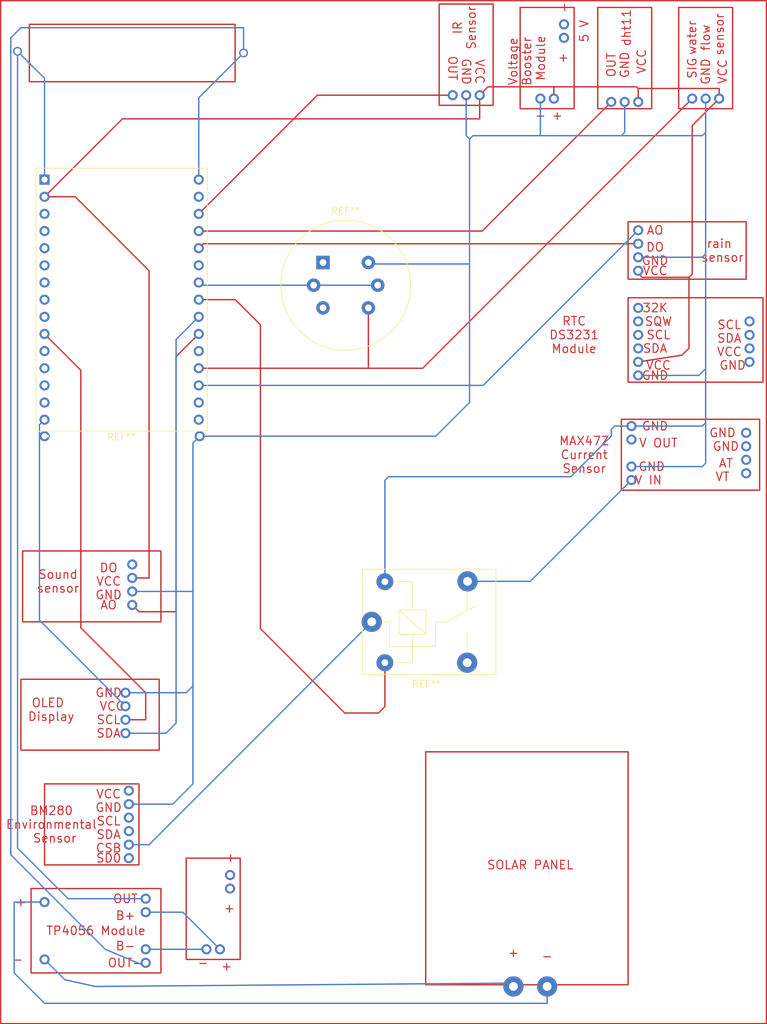
<source format=kicad_pcb>
(kicad_pcb (version 20241229) (generator "pcbnew") (generator_version "9.0")
  (layers (0 "F.Cu" signal) (2 "B.Cu" signal) (13 "F.Paste" user) (15 "B.Paste" user) (5 "F.SilkS" user "F.Silkscreen") (7 "B.SilkS" user "B.Silkscreen") (1 "F.Mask" user) (3 "B.Mask" user) (25 "Edge.Cuts" user))
  (net 0 "")
  (footprint "" (layer "F.Cu") (at 33.5 137)
    (property "Reference" "" (at 0 0 0) (layer "F.SilkS") (effects (font (size 1.27 1.27))))
    (property "Value" "")
    (pad "15" thru_hole circle (at 0 0) (size 1.5 1.5) (drill 0.9) (layers "*.Cu" "*.Mask"))
  )
  (footprint "" (layer "F.Cu") (at 125.5 63.5)
    (property "Reference" "" (at 0 0 0) (layer "F.SilkS") (effects (font (size 1.27 1.27))))
    (property "Value" "")
    (pad "15" thru_hole circle (at 0 0) (size 1.5 1.5) (drill 0.9) (layers "*.Cu" "*.Mask"))
  )
  (footprint "" (layer "F.Cu") (at 98 17.5 180)
    (property "Reference" "" (at 0 0 0) (layer "F.SilkS") (effects (font (size 1.27 1.27))))
    (property "Value" "")
    (pad "15" thru_hole circle (at 0 0 180) (size 1.5 1.5) (drill 0.9) (layers "*.Cu" "*.Mask"))
  )
  (footprint "" (layer "F.Cu") (at 85.5 28 90)
    (property "Reference" "" (at 0 0 90) (layer "F.SilkS") (effects (font (size 1.27 1.27))))
    (property "Value" "")
    (pad "15" thru_hole circle (at 0 0 90) (size 1.5 1.5) (drill 0.9) (layers "*.Cu" "*.Mask"))
  )
  (footprint "" (layer "F.Cu") (at 108 85)
    (property "Reference" "" (at 0 0 0) (layer "F.SilkS") (effects (font (size 1.27 1.27))))
    (property "Value" "")
    (pad "15" thru_hole circle (at 0 0) (size 1.5 1.5) (drill 0.9) (layers "*.Cu" "*.Mask"))
  )
  (footprint "" (layer "F.Cu") (at 21 78.5)
    (property "Reference" "" (at 0 0 0) (layer "F.SilkS") (effects (font (size 1.27 1.27))))
    (property "Value" "")
    (pad "15" thru_hole circle (at 0 0) (size 1.5 1.5) (drill 0.9) (layers "*.Cu" "*.Mask"))
  )
  (footprint "Sensor:MQ-6" (layer "F.Cu") (at 62.28 52.78)
    (property "Reference" "REF**" (at 3.36 -7.64 0) (layer "F.SilkS"))
    (property "Value" "MQ-6")
    (fp_circle (center 3.36 3.36) (end 12.985 3.36) (stroke (width 0.12)) (fill no) (layer "F.SilkS"))
    (pad "1" thru_hole rect (at 0 0) (size 2 2) (drill 1) (layers "*.Cu" "*.Mask"))
    (pad "2" thru_hole circle (at -1.39 3.36) (size 2 2) (drill 1) (layers "*.Cu" "*.Mask"))
    (pad "3" thru_hole circle (at 0 6.72 90) (size 2 2) (drill 1) (layers "*.Cu" "*.Mask"))
    (pad "4" thru_hole circle (at 6.72 6.72 180) (size 2 2) (drill 1) (layers "*.Cu" "*.Mask"))
    (pad "5" thru_hole circle (at 8.11 3.36) (size 2 2) (drill 1) (layers "*.Cu" "*.Mask"))
    (pad "6" thru_hole circle (at 6.72 0 270) (size 2 2) (drill 1) (layers "*.Cu" "*.Mask"))
  )
  (footprint "" (layer "F.Cu") (at 44 78.5)
    (property "Reference" "" (at 0 0 0) (layer "F.SilkS") (effects (font (size 1.27 1.27))))
    (property "Value" "")
    (pad "15" thru_hole circle (at 0 0) (size 1.5 1.5) (drill 0.9) (layers "*.Cu" "*.Mask"))
  )
  (footprint "" (layer "F.Cu") (at 125.5 67.5)
    (property "Reference" "" (at 0 0 0) (layer "F.SilkS") (effects (font (size 1.27 1.27))))
    (property "Value" "")
    (pad "15" thru_hole circle (at 0 0) (size 1.5 1.5) (drill 0.9) (layers "*.Cu" "*.Mask"))
  )
  (footprint "" (layer "F.Cu") (at 105 29 -90)
    (property "Reference" "" (at 0 0 90) (layer "F.SilkS") (effects (font (size 1.27 1.27))))
    (property "Value" "")
    (pad "15" thru_hole circle (at 0 0 270) (size 1.5 1.5) (drill 0.9) (layers "*.Cu" "*.Mask"))
  )
  (footprint "" (layer "F.Cu") (at 125 80)
    (property "Reference" "" (at 0 0 0) (layer "F.SilkS") (effects (font (size 1.27 1.27))))
    (property "Value" "")
    (pad "15" thru_hole circle (at 0 0) (size 1.5 1.5) (drill 0.9) (layers "*.Cu" "*.Mask"))
  )
  (footprint "" (layer "F.Cu") (at 33 118.5)
    (property "Reference" "" (at 0 0 0) (layer "F.SilkS") (effects (font (size 1.27 1.27))))
    (property "Value" "")
    (pad "15" thru_hole circle (at 0 0) (size 1.5 1.5) (drill 0.9) (layers "*.Cu" "*.Mask"))
  )
  (footprint "" (layer "F.Cu") (at 117 28.5 90)
    (property "Reference" "" (at 0 0 90) (layer "F.SilkS") (effects (font (size 1.27 1.27))))
    (property "Value" "")
    (pad "15" thru_hole circle (at 0 0 90) (size 1.5 1.5) (drill 0.9) (layers "*.Cu" "*.Mask"))
  )
  (footprint "" (layer "F.Cu") (at 33.5 131)
    (property "Reference" "" (at 0 0 0) (layer "F.SilkS") (effects (font (size 1.27 1.27))))
    (property "Value" "")
    (pad "15" thru_hole circle (at 0 0) (size 1.5 1.5) (drill 0.9) (layers "*.Cu" "*.Mask"))
  )
  (footprint "" (layer "F.Cu") (at 108 77)
    (property "Reference" "" (at 0 0 0) (layer "F.SilkS") (effects (font (size 1.27 1.27))))
    (property "Value" "")
    (pad "15" thru_hole circle (at 0 0) (size 1.5 1.5) (drill 0.9) (layers "*.Cu" "*.Mask"))
  )
  (footprint "" (layer "F.Cu") (at 36 147)
    (property "Reference" "" (at 0 0 0) (layer "F.SilkS") (effects (font (size 1.27 1.27))))
    (property "Value" "")
    (pad "15" thru_hole circle (at 0 0) (size 1.5 1.5) (drill 0.9) (layers "*.Cu" "*.Mask"))
  )
  (footprint "" (layer "F.Cu") (at 33.5 135)
    (property "Reference" "" (at 0 0 0) (layer "F.SilkS") (effects (font (size 1.27 1.27))))
    (property "Value" "")
    (pad "15" thru_hole circle (at 0 0) (size 1.5 1.5) (drill 0.9) (layers "*.Cu" "*.Mask"))
  )
  (footprint "" (layer "F.Cu") (at 119 28.5 90)
    (property "Reference" "" (at 0 0 90) (layer "F.SilkS") (effects (font (size 1.27 1.27))))
    (property "Value" "")
    (pad "15" thru_hole circle (at 0 0 90) (size 1.5 1.5) (drill 0.9) (layers "*.Cu" "*.Mask"))
  )
  (footprint "Relay_THT:Relay_SPDT_SANYOU_SRD_Series_Form_C" (layer "F.Cu") (at 69.5 106)
    (property "Reference" "REF**" (at 8.1 9.2 0) (layer "F.SilkS"))
    (property "Value" "Relay_SPDT_SANYOU_SRD_Series_Form_C")
    (fp_line (start -1.4 -7.8) (end -1.4 -1.2) (stroke (width 0.12)) (layer "F.SilkS"))
    (fp_line (start -1.4 -7.8) (end 18.4 -7.8) (stroke (width 0.12)) (layer "F.SilkS"))
    (fp_line (start -1.4 1.2) (end -1.4 7.8) (stroke (width 0.12)) (layer "F.SilkS"))
    (fp_line (start 2.65 0.05) (end 1.85 0.05) (stroke (width 0.12)) (layer "F.SilkS"))
    (fp_line (start 2.65 0.05) (end 2.65 3.65) (stroke (width 0.12)) (layer "F.SilkS"))
    (fp_line (start 3.55 6.05) (end 6.05 6.05) (stroke (width 0.12)) (layer "F.SilkS"))
    (fp_line (start 4.05 -1.75) (end 8.05 -1.75) (stroke (width 0.12)) (layer "F.SilkS"))
    (fp_line (start 4.05 1.85) (end 4.05 -1.75) (stroke (width 0.12)) (layer "F.SilkS"))
    (fp_line (start 6.05 -5.95) (end 3.55 -5.95) (stroke (width 0.12)) (layer "F.SilkS"))
    (fp_line (start 6.05 -5.95) (end 6.05 -1.75) (stroke (width 0.12)) (layer "F.SilkS"))
    (fp_line (start 6.05 1.85) (end 6.05 6.05) (stroke (width 0.12)) (layer "F.SilkS"))
    (fp_line (start 8.05 -1.75) (end 8.05 1.85) (stroke (width 0.12)) (layer "F.SilkS"))
    (fp_line (start 8.05 1.85) (end 4.05 -1.75) (stroke (width 0.12)) (layer "F.SilkS"))
    (fp_line (start 8.05 1.85) (end 4.05 1.85) (stroke (width 0.12)) (layer "F.SilkS"))
    (fp_line (start 9.45 0.05) (end 9.45 3.65) (stroke (width 0.12)) (layer "F.SilkS"))
    (fp_line (start 9.45 0.05) (end 10.95 0.05) (stroke (width 0.12)) (layer "F.SilkS"))
    (fp_line (start 9.45 3.65) (end 2.65 3.65) (stroke (width 0.12)) (layer "F.SilkS"))
    (fp_line (start 10.95 0.05) (end 15.55 -2.45) (stroke (width 0.12)) (layer "F.SilkS"))
    (fp_line (start 14.15 -4.2) (end 14.15 -1.7) (stroke (width 0.12)) (layer "F.SilkS"))
    (fp_line (start 14.15 4.2) (end 14.15 1.75) (stroke (width 0.12)) (layer "F.SilkS"))
    (fp_line (start 18.4 -7.8) (end 18.4 7.8) (stroke (width 0.12)) (layer "F.SilkS"))
    (fp_line (start 18.4 7.8) (end -1.4 7.8) (stroke (width 0.12)) (layer "F.SilkS"))
    (pad "1" thru_hole circle (at 0 0 90) (size 3 3) (drill 1.3) (layers "*.Cu" "*.Mask"))
    (pad "2" thru_hole circle (at 1.95 6.05 90) (size 2.5 2.5) (drill 1) (layers "*.Cu" "*.Mask"))
    (pad "3" thru_hole circle (at 14.15 6.05 90) (size 3 3) (drill 1.3) (layers "*.Cu" "*.Mask"))
    (pad "4" thru_hole circle (at 14.2 -6 90) (size 3 3) (drill 1.3) (layers "*.Cu" "*.Mask"))
    (pad "5" thru_hole circle (at 1.95 -5.95 90) (size 2.5 2.5) (drill 1) (layers "*.Cu" "*.Mask"))
  )
  (footprint "" (layer "F.Cu") (at 21 147.5)
    (property "Reference" "" (at 0 0 0) (layer "F.SilkS") (effects (font (size 1.27 1.27))))
    (property "Value" "")
    (pad "15" thru_hole circle (at 0 0) (size 1.5 1.5) (drill 0.9) (layers "*.Cu" "*.Mask"))
  )
  (footprint "" (layer "F.Cu") (at 81.5 28 90)
    (property "Reference" "" (at 0 0 90) (layer "F.SilkS") (effects (font (size 1.27 1.27))))
    (property "Value" "")
    (pad "15" thru_hole circle (at 0 0 90) (size 1.5 1.5) (drill 0.9) (layers "*.Cu" "*.Mask"))
  )
  (footprint "" (layer "F.Cu") (at 33 122.5)
    (property "Reference" "" (at 0 0 0) (layer "F.SilkS") (effects (font (size 1.27 1.27))))
    (property "Value" "")
    (pad "15" thru_hole circle (at 0 0) (size 1.5 1.5) (drill 0.9) (layers "*.Cu" "*.Mask"))
  )
  (footprint "" (layer "F.Cu") (at 109 54)
    (property "Reference" "" (at 0 0 0) (layer "F.SilkS") (effects (font (size 1.27 1.27))))
    (property "Value" "")
    (pad "15" thru_hole circle (at 0 0) (size 1.5 1.5) (drill 0.9) (layers "*.Cu" "*.Mask"))
  )
  (footprint "" (layer "F.Cu") (at 33.5 133)
    (property "Reference" "" (at 0 0 0) (layer "F.SilkS") (effects (font (size 1.27 1.27))))
    (property "Value" "")
    (pad "15" thru_hole circle (at 0 0) (size 1.5 1.5) (drill 0.9) (layers "*.Cu" "*.Mask"))
  )
  (footprint "" (layer "F.Cu") (at 45 154.5 90)
    (property "Reference" "" (at 0 0 90) (layer "F.SilkS") (effects (font (size 1.27 1.27))))
    (property "Value" "")
    (pad "15" thru_hole circle (at 0 0 90) (size 1.5 1.5) (drill 0.9) (layers "*.Cu" "*.Mask"))
  )
  (footprint "" (layer "F.Cu") (at 109 59.5)
    (property "Reference" "" (at 0 0 0) (layer "F.SilkS") (effects (font (size 1.27 1.27))))
    (property "Value" "")
    (pad "15" thru_hole circle (at 0 0) (size 1.5 1.5) (drill 0.9) (layers "*.Cu" "*.Mask"))
  )
  (footprint "" (layer "F.Cu") (at 36 154.5)
    (property "Reference" "" (at 0 0 0) (layer "F.SilkS") (effects (font (size 1.27 1.27))))
    (property "Value" "")
    (pad "15" thru_hole circle (at 0 0) (size 1.5 1.5) (drill 0.9) (layers "*.Cu" "*.Mask"))
  )
  (footprint "" (layer "F.Cu") (at 21 156)
    (property "Reference" "" (at 0 0 0) (layer "F.SilkS") (effects (font (size 1.27 1.27))))
    (property "Value" "")
    (pad "15" thru_hole circle (at 0 0) (size 1.5 1.5) (drill 0.9) (layers "*.Cu" "*.Mask"))
  )
  (footprint "" (layer "F.Cu") (at 96.5 28.5 90)
    (property "Reference" "" (at 0 0 90) (layer "F.SilkS") (effects (font (size 1.27 1.27))))
    (property "Value" "")
    (pad "15" thru_hole circle (at 0 0 90) (size 1.5 1.5) (drill 0.9) (layers "*.Cu" "*.Mask"))
  )
  (footprint "" (layer "F.Cu") (at 34 101.5)
    (property "Reference" "" (at 0 0 0) (layer "F.SilkS") (effects (font (size 1.27 1.27))))
    (property "Value" "")
    (pad "15" thru_hole circle (at 0 0) (size 1.5 1.5) (drill 0.9) (layers "*.Cu" "*.Mask"))
  )
  (footprint "" (layer "F.Cu") (at 125 78)
    (property "Reference" "" (at 0 0 0) (layer "F.SilkS") (effects (font (size 1.27 1.27))))
    (property "Value" "")
    (pad "15" thru_hole circle (at 0 0) (size 1.5 1.5) (drill 0.9) (layers "*.Cu" "*.Mask"))
  )
  (footprint "" (layer "F.Cu") (at 109 65.5)
    (property "Reference" "" (at 0 0 0) (layer "F.SilkS") (effects (font (size 1.27 1.27))))
    (property "Value" "")
    (pad "15" thru_hole circle (at 0 0) (size 1.5 1.5) (drill 0.9) (layers "*.Cu" "*.Mask"))
  )
  (footprint "" (layer "F.Cu") (at 94.5 28.5 90)
    (property "Reference" "" (at 0 0 90) (layer "F.SilkS") (effects (font (size 1.27 1.27))))
    (property "Value" "")
    (pad "15" thru_hole circle (at 0 0 90) (size 1.5 1.5) (drill 0.9) (layers "*.Cu" "*.Mask"))
  )
  (footprint "" (layer "F.Cu") (at 108 83)
    (property "Reference" "" (at 0 0 0) (layer "F.SilkS") (effects (font (size 1.27 1.27))))
    (property "Value" "")
    (pad "15" thru_hole circle (at 0 0) (size 1.5 1.5) (drill 0.9) (layers "*.Cu" "*.Mask"))
  )
  (footprint "" (layer "F.Cu") (at 98 19.5 180)
    (property "Reference" "" (at 0 0 0) (layer "F.SilkS") (effects (font (size 1.27 1.27))))
    (property "Value" "")
    (pad "15" thru_hole circle (at 0 0 180) (size 1.5 1.5) (drill 0.9) (layers "*.Cu" "*.Mask"))
  )
  (footprint "" (layer "F.Cu") (at 109 67.5)
    (property "Reference" "" (at 0 0 0) (layer "F.SilkS") (effects (font (size 1.27 1.27))))
    (property "Value" "")
    (pad "15" thru_hole circle (at 0 0) (size 1.5 1.5) (drill 0.9) (layers "*.Cu" "*.Mask"))
  )
  (footprint "RF_Module:ESP32-C3-DevKitM-1" (layer "F.Cu") (at 21 40.5)
    (property "Reference" "REF**" (at 11.43 38.1 0) (layer "F.SilkS"))
    (property "Value" "ESP32-C3-DevKitM-1")
    (fp_line (start -1.27 -1.68) (end 24.13 -1.68) (stroke (width 0.12)) (layer "F.SilkS"))
    (fp_line (start -1.27 37.24) (end -1.27 -1.68) (stroke (width 0.12)) (layer "F.SilkS"))
    (fp_line (start 24.13 -1.68) (end 24.13 37.24) (stroke (width 0.12)) (layer "F.SilkS"))
    (fp_line (start 24.13 37.24) (end -1.27 37.24) (stroke (width 0.12)) (layer "F.SilkS"))
    (pad "1" thru_hole rect (at 0 0) (size 1.5 1.5) (drill 0.9) (layers "*.Cu" "*.Mask"))
    (pad "2" thru_hole circle (at 0 2.54) (size 1.5 1.5) (drill 0.9) (layers "*.Cu" "*.Mask"))
    (pad "3" thru_hole circle (at 0 5.08) (size 1.5 1.5) (drill 0.9) (layers "*.Cu" "*.Mask"))
    (pad "4" thru_hole circle (at 0 7.62) (size 1.5 1.5) (drill 0.9) (layers "*.Cu" "*.Mask"))
    (pad "5" thru_hole circle (at 0 10.16) (size 1.5 1.5) (drill 0.9) (layers "*.Cu" "*.Mask"))
    (pad "6" thru_hole circle (at 0 12.7) (size 1.5 1.5) (drill 0.9) (layers "*.Cu" "*.Mask"))
    (pad "7" thru_hole circle (at 0 15.24) (size 1.5 1.5) (drill 0.9) (layers "*.Cu" "*.Mask"))
    (pad "8" thru_hole circle (at 0 17.78) (size 1.5 1.5) (drill 0.9) (layers "*.Cu" "*.Mask"))
    (pad "9" thru_hole circle (at 0 20.32) (size 1.5 1.5) (drill 0.9) (layers "*.Cu" "*.Mask"))
    (pad "10" thru_hole circle (at 0 22.86) (size 1.5 1.5) (drill 0.9) (layers "*.Cu" "*.Mask"))
    (pad "11" thru_hole circle (at 0 25.4) (size 1.5 1.5) (drill 0.9) (layers "*.Cu" "*.Mask"))
    (pad "12" thru_hole circle (at 0 27.94) (size 1.5 1.5) (drill 0.9) (layers "*.Cu" "*.Mask"))
    (pad "13" thru_hole circle (at 0 30.48) (size 1.5 1.5) (drill 0.9) (layers "*.Cu" "*.Mask"))
    (pad "14" thru_hole circle (at 0 33.02) (size 1.5 1.5) (drill 0.9) (layers "*.Cu" "*.Mask"))
    (pad "15" thru_hole circle (at 0 35.56) (size 1.5 1.5) (drill 0.9) (layers "*.Cu" "*.Mask"))
    (pad "16" thru_hole circle (at 22.86 35.56) (size 1.5 1.5) (drill 0.9) (layers "*.Cu" "*.Mask"))
    (pad "17" thru_hole circle (at 22.86 33.02) (size 1.5 1.5) (drill 0.9) (layers "*.Cu" "*.Mask"))
    (pad "18" thru_hole circle (at 22.86 30.48) (size 1.5 1.5) (drill 0.9) (layers "*.Cu" "*.Mask"))
    (pad "19" thru_hole circle (at 22.86 27.94) (size 1.5 1.5) (drill 0.9) (layers "*.Cu" "*.Mask"))
    (pad "20" thru_hole circle (at 22.86 25.4) (size 1.5 1.5) (drill 0.9) (layers "*.Cu" "*.Mask"))
    (pad "21" thru_hole circle (at 22.86 22.86) (size 1.5 1.5) (drill 0.9) (layers "*.Cu" "*.Mask"))
    (pad "22" thru_hole circle (at 22.86 20.32) (size 1.5 1.5) (drill 0.9) (layers "*.Cu" "*.Mask"))
    (pad "23" thru_hole circle (at 22.86 17.78) (size 1.5 1.5) (drill 0.9) (layers "*.Cu" "*.Mask"))
    (pad "24" thru_hole circle (at 22.86 15.24) (size 1.5 1.5) (drill 0.9) (layers "*.Cu" "*.Mask"))
    (pad "25" thru_hole circle (at 22.86 12.7) (size 1.5 1.5) (drill 0.9) (layers "*.Cu" "*.Mask"))
    (pad "26" thru_hole circle (at 22.86 10.16) (size 1.5 1.5) (drill 0.9) (layers "*.Cu" "*.Mask"))
    (pad "27" thru_hole circle (at 22.86 7.62) (size 1.5 1.5) (drill 0.9) (layers "*.Cu" "*.Mask"))
    (pad "28" thru_hole circle (at 22.86 5.08) (size 1.5 1.5) (drill 0.9) (layers "*.Cu" "*.Mask"))
    (pad "29" thru_hole circle (at 22.86 2.54) (size 1.5 1.5) (drill 0.9) (layers "*.Cu" "*.Mask"))
    (pad "30" thru_hole circle (at 22.86 0) (size 1.5 1.5) (drill 0.9) (layers "*.Cu" "*.Mask"))
  )
  (footprint "" (layer "F.Cu") (at 33.5 139)
    (property "Reference" "" (at 0 0 0) (layer "F.SilkS") (effects (font (size 1.27 1.27))))
    (property "Value" "")
    (pad "15" thru_hole circle (at 0 0) (size 1.5 1.5) (drill 0.9) (layers "*.Cu" "*.Mask"))
  )
  (footprint "" (layer "F.Cu") (at 33 116.5)
    (property "Reference" "" (at 0 0 0) (layer "F.SilkS") (effects (font (size 1.27 1.27))))
    (property "Value" "")
    (pad "15" thru_hole circle (at 0 0) (size 1.5 1.5) (drill 0.9) (layers "*.Cu" "*.Mask"))
  )
  (footprint "" (layer "F.Cu") (at 108 79)
    (property "Reference" "" (at 0 0 0) (layer "F.SilkS") (effects (font (size 1.27 1.27))))
    (property "Value" "")
    (pad "15" thru_hole circle (at 0 0) (size 1.5 1.5) (drill 0.9) (layers "*.Cu" "*.Mask"))
  )
  (footprint "" (layer "F.Cu") (at 109 69.5)
    (property "Reference" "" (at 0 0 0) (layer "F.SilkS") (effects (font (size 1.27 1.27))))
    (property "Value" "")
    (pad "15" thru_hole circle (at 0 0) (size 1.5 1.5) (drill 0.9) (layers "*.Cu" "*.Mask"))
  )
  (footprint "" (layer "F.Cu") (at 48.5 143.5 180)
    (property "Reference" "" (at 0 0 0) (layer "F.SilkS") (effects (font (size 1.27 1.27))))
    (property "Value" "")
    (pad "15" thru_hole circle (at 0 0 180) (size 1.5 1.5) (drill 0.9) (layers "*.Cu" "*.Mask"))
  )
  (footprint "" (layer "F.Cu") (at 121 28.5 90)
    (property "Reference" "" (at 0 0 90) (layer "F.SilkS") (effects (font (size 1.27 1.27))))
    (property "Value" "")
    (pad "15" thru_hole circle (at 0 0 90) (size 1.5 1.5) (drill 0.9) (layers "*.Cu" "*.Mask"))
  )
  (footprint "" (layer "F.Cu") (at 109 52)
    (property "Reference" "" (at 0 0 0) (layer "F.SilkS") (effects (font (size 1.27 1.27))))
    (property "Value" "")
    (pad "15" thru_hole circle (at 0 0) (size 1.5 1.5) (drill 0.9) (layers "*.Cu" "*.Mask"))
  )
  (footprint "" (layer "F.Cu") (at 95.5 160)
    (property "Reference" "" (at 0 0 0) (layer "F.SilkS") (effects (font (size 1.27 1.27))))
    (property "Value" "")
    (pad "3" thru_hole circle (at 0 0 90) (size 3 3) (drill 1.3) (layers "*.Cu" "*.Mask"))
  )
  (footprint "" (layer "F.Cu") (at 83.5 28 90)
    (property "Reference" "" (at 0 0 90) (layer "F.SilkS") (effects (font (size 1.27 1.27))))
    (property "Value" "")
    (pad "15" thru_hole circle (at 0 0 90) (size 1.5 1.5) (drill 0.9) (layers "*.Cu" "*.Mask"))
  )
  (footprint "" (layer "F.Cu") (at 109 50)
    (property "Reference" "" (at 0 0 0) (layer "F.SilkS") (effects (font (size 1.27 1.27))))
    (property "Value" "")
    (pad "15" thru_hole circle (at 0 0) (size 1.5 1.5) (drill 0.9) (layers "*.Cu" "*.Mask"))
  )
  (footprint "" (layer "F.Cu") (at 47 154.5 90)
    (property "Reference" "" (at 0 0 90) (layer "F.SilkS") (effects (font (size 1.27 1.27))))
    (property "Value" "")
    (pad "15" thru_hole circle (at 0 0 90) (size 1.5 1.5) (drill 0.9) (layers "*.Cu" "*.Mask"))
  )
  (footprint "" (layer "F.Cu") (at 109 63.5)
    (property "Reference" "" (at 0 0 0) (layer "F.SilkS") (effects (font (size 1.27 1.27))))
    (property "Value" "")
    (pad "15" thru_hole circle (at 0 0) (size 1.5 1.5) (drill 0.9) (layers "*.Cu" "*.Mask"))
  )
  (footprint "" (layer "F.Cu") (at 34 103.5)
    (property "Reference" "" (at 0 0 0) (layer "F.SilkS") (effects (font (size 1.27 1.27))))
    (property "Value" "")
    (pad "15" thru_hole circle (at 0 0) (size 1.5 1.5) (drill 0.9) (layers "*.Cu" "*.Mask"))
  )
  (footprint "" (layer "F.Cu") (at 125.5 65.5)
    (property "Reference" "" (at 0 0 0) (layer "F.SilkS") (effects (font (size 1.27 1.27))))
    (property "Value" "")
    (pad "15" thru_hole circle (at 0 0) (size 1.5 1.5) (drill 0.9) (layers "*.Cu" "*.Mask"))
  )
  (footprint "" (layer "F.Cu") (at 36 149)
    (property "Reference" "" (at 0 0 0) (layer "F.SilkS") (effects (font (size 1.27 1.27))))
    (property "Value" "")
    (pad "15" thru_hole circle (at 0 0) (size 1.5 1.5) (drill 0.9) (layers "*.Cu" "*.Mask"))
  )
  (footprint "" (layer "F.Cu") (at 48.5 145.5 180)
    (property "Reference" "" (at 0 0 0) (layer "F.SilkS") (effects (font (size 1.27 1.27))))
    (property "Value" "")
    (pad "15" thru_hole circle (at 0 0 180) (size 1.5 1.5) (drill 0.9) (layers "*.Cu" "*.Mask"))
  )
  (footprint "" (layer "F.Cu") (at 109 48)
    (property "Reference" "" (at 0 0 0) (layer "F.SilkS") (effects (font (size 1.27 1.27))))
    (property "Value" "")
    (pad "15" thru_hole circle (at 0 0) (size 1.5 1.5) (drill 0.9) (layers "*.Cu" "*.Mask"))
  )
  (footprint "" (layer "F.Cu") (at 33 120.5)
    (property "Reference" "" (at 0 0 0) (layer "F.SilkS") (effects (font (size 1.27 1.27))))
    (property "Value" "")
    (pad "15" thru_hole circle (at 0 0) (size 1.5 1.5) (drill 0.9) (layers "*.Cu" "*.Mask"))
  )
  (footprint "" (layer "F.Cu") (at 125 84)
    (property "Reference" "" (at 0 0 0) (layer "F.SilkS") (effects (font (size 1.27 1.27))))
    (property "Value" "")
    (pad "15" thru_hole circle (at 0 0) (size 1.5 1.5) (drill 0.9) (layers "*.Cu" "*.Mask"))
  )
  (footprint "" (layer "F.Cu") (at 90.5 160)
    (property "Reference" "" (at 0 0 0) (layer "F.SilkS") (effects (font (size 1.27 1.27))))
    (property "Value" "")
    (pad "3" thru_hole circle (at 0 0 90) (size 3 3) (drill 1.3) (layers "*.Cu" "*.Mask"))
  )
  (footprint "" (layer "F.Cu") (at 34 99.5)
    (property "Reference" "" (at 0 0 0) (layer "F.SilkS") (effects (font (size 1.27 1.27))))
    (property "Value" "")
    (pad "15" thru_hole circle (at 0 0) (size 1.5 1.5) (drill 0.9) (layers "*.Cu" "*.Mask"))
  )
  (footprint "" (layer "F.Cu") (at 36 156.5)
    (property "Reference" "" (at 0 0 0) (layer "F.SilkS") (effects (font (size 1.27 1.27))))
    (property "Value" "")
    (pad "15" thru_hole circle (at 0 0) (size 1.5 1.5) (drill 0.9) (layers "*.Cu" "*.Mask"))
  )
  (footprint "" (layer "F.Cu") (at 34 97.5)
    (property "Reference" "" (at 0 0 0) (layer "F.SilkS") (effects (font (size 1.27 1.27))))
    (property "Value" "")
    (pad "15" thru_hole circle (at 0 0) (size 1.5 1.5) (drill 0.9) (layers "*.Cu" "*.Mask"))
  )
  (footprint "" (layer "F.Cu") (at 107 29 -90)
    (property "Reference" "" (at 0 0 90) (layer "F.SilkS") (effects (font (size 1.27 1.27))))
    (property "Value" "")
    (pad "15" thru_hole circle (at 0 0 270) (size 1.5 1.5) (drill 0.9) (layers "*.Cu" "*.Mask"))
  )
  (footprint "" (layer "F.Cu") (at 109 61.5)
    (property "Reference" "" (at 0 0 0) (layer "F.SilkS") (effects (font (size 1.27 1.27))))
    (property "Value" "")
    (pad "15" thru_hole circle (at 0 0) (size 1.5 1.5) (drill 0.9) (layers "*.Cu" "*.Mask"))
  )
  (footprint "" (layer "F.Cu") (at 33.5 141)
    (property "Reference" "" (at 0 0 0) (layer "F.SilkS") (effects (font (size 1.27 1.27))))
    (property "Value" "")
    (pad "15" thru_hole circle (at 0 0) (size 1.5 1.5) (drill 0.9) (layers "*.Cu" "*.Mask"))
  )
  (footprint "" (layer "F.Cu") (at 125.5 61.5)
    (property "Reference" "" (at 0 0 0) (layer "F.SilkS") (effects (font (size 1.27 1.27))))
    (property "Value" "")
    (pad "15" thru_hole circle (at 0 0) (size 1.5 1.5) (drill 0.9) (layers "*.Cu" "*.Mask"))
  )
  (footprint "" (layer "F.Cu") (at 125 82)
    (property "Reference" "" (at 0 0 0) (layer "F.SilkS") (effects (font (size 1.27 1.27))))
    (property "Value" "")
    (pad "15" thru_hole circle (at 0 0) (size 1.5 1.5) (drill 0.9) (layers "*.Cu" "*.Mask"))
  )
  (footprint "" (layer "F.Cu") (at 109 29 -90)
    (property "Reference" "" (at 0 0 90) (layer "F.SilkS") (effects (font (size 1.27 1.27))))
    (property "Value" "")
    (pad "15" thru_hole circle (at 0 0 270) (size 1.5 1.5) (drill 0.9) (layers "*.Cu" "*.Mask"))
  )
  (gr_rect (start 91.5 15) (end 99.5 30) (stroke (width 0.2)) (fill no) (layer "F.Cu"))
  (gr_rect (start 115 15) (end 123 30) (stroke (width 0.2)) (fill no) (layer "F.Cu"))
  (gr_rect (start 107.5 46.75) (end 125 55.25) (stroke (width 0.2)) (fill no) (layer "F.Cu"))
  (gr_rect (start 19 145.5) (end 38.25 158) (stroke (width 0.2)) (fill no) (layer "F.Cu"))
  (gr_line (start 109 27) (end 116.5 27) (stroke (width 0.2)) (layer "F.Cu"))
  (gr_rect (start 106.5 76) (end 127 86.5) (stroke (width 0.2)) (fill no) (layer "F.Cu"))
  (gr_rect (start 17.75 95.5) (end 38.25 106) (stroke (width 0.2)) (fill no) (layer "F.Cu"))
  (gr_line (start 115.5 66.5) (end 109 67.5) (stroke (width 0.2)) (layer "F.Cu"))
  (gr_rect (start 79.5 14.5) (end 87.5 29.5) (stroke (width 0.2)) (fill no) (layer "F.Cu"))
  (gr_rect (start 103 15) (end 111 30) (stroke (width 0.2)) (fill no) (layer "F.Cu"))
  (gr_line (start 116.5 65.5) (end 115.5 66.5) (stroke (width 0.2)) (layer "F.Cu"))
  (gr_rect (start 17.5 114.5) (end 38 125) (stroke (width 0.2)) (fill no) (layer "F.Cu"))
  (gr_rect (start 107.5 58) (end 127.5 70.5) (stroke (width 0.2)) (fill no) (layer "F.Cu"))
  (gr_rect (start 18.75 17.5) (end 49.25 26) (stroke (width 0.2)) (fill no) (layer "F.Cu"))
  (gr_rect (start 14.5 14) (end 128 165.5) (stroke (width 0.2)) (fill no) (layer "F.Cu"))
  (gr_rect (start 42 141) (end 50 156) (stroke (width 0.2)) (fill no) (layer "F.Cu"))
  (gr_rect (start 77.5 125.25) (end 107.5 159.75) (stroke (width 0.2)) (fill no) (layer "F.Cu"))
  (gr_rect (start 21 130) (end 35 142) (stroke (width 0.2)) (fill no) (layer "F.Cu"))
  (gr_line (start 17.5 18) (end 50 18) (stroke (width 0.2)) (layer "B.Cu"))
  (gr_line (start 95.5 160) (end 95.5 162.5) (stroke (width 0.2)) (layer "B.Cu"))
  (gr_line (start 36 157) (end 30 154.5) (stroke (width 0.2)) (layer "B.Cu"))
  (gr_line (start 50.5 18) (end 50.5 22) (stroke (width 0.2)) (layer "B.Cu"))
  (gr_line (start 50.5 18) (end 50 18) (stroke (width 0.2)) (layer "B.Cu"))
  (gr_line (start 69.5 53) (end 84 53) (stroke (width 0.2)) (layer "B.Cu"))
  (gr_line (start 24 159) (end 28.5 160) (stroke (width 0.2)) (layer "B.Cu"))
  (gr_line (start 90.5 159.5) (end 28.5 160) (stroke (width 0.2)) (layer "B.Cu"))
  (gr_text "MAX47Z\nCurrent\nSensor" (at 101 81.25 0) (layer "F.Cu") (effects (font (size 1.27 1.27))))
  (gr_text "GND" (at 122 80 0) (layer "F.Cu") (effects (font (size 1.27 1.27))))
  (gr_text "OUT" (at 105 23.5 90) (layer "F.Cu") (effects (font (size 1.27 1.27))))
  (gr_text "SDA" (at 30.5 137.5 0) (layer "F.Cu") (effects (font (size 1.27 1.27))))
  (gr_text "-" (at 95.5 155.5 0) (layer "F.Cu") (effects (font (size 1.27 1.27))))
  (gr_text "32K" (at 111.5 59.5 0) (layer "F.Cu") (effects (font (size 1.27 1.27))))
  (gr_text "AT" (at 122 82.5 0) (layer "F.Cu") (effects (font (size 1.27 1.27))))
  (gr_text "TP4056 Module" (at 28.625 151.75 0) (layer "F.Cu") (effects (font (size 1.27 1.27))))
  (gr_text "VCC" (at 30.5 131.5 0) (layer "F.Cu") (effects (font (size 1.27 1.27))))
  (gr_text "VCC" (at 111.5 54 0) (layer "F.Cu") (effects (font (size 1.27 1.27))))
  (gr_text "+" (at 97 31 0) (layer "F.Cu") (effects (font (size 1.27 1.27))))
  (gr_text "V IN" (at 110.5 85 0) (layer "F.Cu") (effects (font (size 1.27 1.27))))
  (gr_text "-" (at 17 156 0) (layer "F.Cu") (effects (font (size 1.27 1.27))))
  (gr_text "AO\n" (at 30.5 103.5 0) (layer "F.Cu") (effects (font (size 1.27 1.27))))
  (gr_text "-" (at 94.5 31 0) (layer "F.Cu") (effects (font (size 1.27 1.27))))
  (gr_text "VCC" (at 109.5 23 90) (layer "F.Cu") (effects (font (size 1.27 1.27))))
  (gr_text "-" (at 44.5 156.5 0) (layer "F.Cu") (effects (font (size 1.27 1.27))))
  (gr_text "GND" (at 111.5 69.5 0) (layer "F.Cu") (effects (font (size 1.27 1.27))))
  (gr_text "GND" (at 123 68 0) (layer "F.Cu") (effects (font (size 1.27 1.27))))
  (gr_text "SOLAR PANEL\n" (at 93 142 0) (layer "F.Cu") (effects (font (size 1.27 1.27))))
  (gr_text "GND" (at 107 23.5 90) (layer "F.Cu") (effects (font (size 1.27 1.27))))
  (gr_text "BM280 \nEnvironmental \nSensor" (at 22.5 136 0) (layer "F.Cu") (effects (font (size 1.27 1.27))))
  (gr_text "DO\n" (at 30.5 98 0) (layer "F.Cu") (effects (font (size 1.27 1.27))))
  (gr_text "B-" (at 33 154 0) (layer "F.Cu") (effects (font (size 1.27 1.27))))
  (gr_text "VCC" (at 121.5 24.5 90) (layer "F.Cu") (effects (font (size 1.27 1.27))))
  (gr_text "RTC\nDS3231\nModule" (at 99.5 63.5 0) (layer "F.Cu") (effects (font (size 1.27 1.27))))
  (gr_text "SD0" (at 30.5 141 0) (layer "F.Cu") (effects (font (size 1.27 1.27))))
  (gr_text "SDA" (at 122.5 64 0) (layer "F.Cu") (effects (font (size 1.27 1.27))))
  (gr_text "VCC" (at 122.5 66 0) (layer "F.Cu") (effects (font (size 1.27 1.27))))
  (gr_text "GND" (at 111.5 77 0) (layer "F.Cu") (effects (font (size 1.27 1.27))))
  (gr_text "GND" (at 121.5 78 0) (layer "F.Cu") (effects (font (size 1.27 1.27))))
  (gr_text "-" (at 48.5 141 90) (layer "F.Cu") (effects (font (size 1.27 1.27))))
  (gr_text "AO" (at 111.5 48 0) (layer "F.Cu") (effects (font (size 1.27 1.27))))
  (gr_text "water \nflow \nsensor\n" (at 119 19 90) (layer "F.Cu") (effects (font (size 1.27 1.27))))
  (gr_text "+" (at 98 22.5 270) (layer "F.Cu") (effects (font (size 1.27 1.27))))
  (gr_text "OUT" (at 33 147 0) (layer "F.Cu") (effects (font (size 1.27 1.27))))
  (gr_text "Voltage \nBooster \nModule" (at 92.5 22.5 90) (layer "F.Cu") (effects (font (size 1.27 1.27))))
  (gr_text "+" (at 17.5 147.5 0) (layer "F.Cu") (effects (font (size 1.27 1.27))))
  (gr_text "+" (at 48.5 148.5 270) (layer "F.Cu") (effects (font (size 1.27 1.27))))
  (gr_text "+" (at 90.5 155 0) (layer "F.Cu") (effects (font (size 1.27 1.27))))
  (gr_text "SIG" (at 117 24 90) (layer "F.Cu") (effects (font (size 1.27 1.27))))
  (gr_text "GND\n" (at 30.5 102 0) (layer "F.Cu") (effects (font (size 1.27 1.27))))
  (gr_text "SCL" (at 112 63.5 0) (layer "F.Cu") (effects (font (size 1.27 1.27))))
  (gr_text "GND" (at 111 83 0) (layer "F.Cu") (effects (font (size 1.27 1.27))))
  (gr_text "-" (at 98 15 90) (layer "F.Cu") (effects (font (size 1.27 1.27))))
  (gr_text "B+" (at 33 149.5 0) (layer "F.Cu") (effects (font (size 1.27 1.27))))
  (gr_text "GND\n" (at 30.5 133.5 0) (layer "F.Cu") (effects (font (size 1.27 1.27))))
  (gr_text "OUT" (at 81.5 24 270) (layer "F.Cu") (effects (font (size 1.27 1.27))))
  (gr_text "SCL\n" (at 30.5 135.5 0) (layer "F.Cu") (effects (font (size 1.27 1.27))))
  (gr_text "VT" (at 121.5 84.5 0) (layer "F.Cu") (effects (font (size 1.27 1.27))))
  (gr_text "VCC" (at 112 68 0) (layer "F.Cu") (effects (font (size 1.27 1.27))))
  (gr_text "DO" (at 111.5 50.5 0) (layer "F.Cu") (effects (font (size 1.27 1.27))))
  (gr_text "OUT-" (at 33 156.5 0) (layer "F.Cu") (effects (font (size 1.27 1.27))))
  (gr_text "V OUT" (at 112 79.5 0) (layer "F.Cu") (effects (font (size 1.27 1.27))))
  (gr_text "CSB" (at 30.5 139.5 0) (layer "F.Cu") (effects (font (size 1.27 1.27))))
  (gr_text "GND" (at 119 24.5 90) (layer "F.Cu") (effects (font (size 1.27 1.27))))
  (gr_text "VCC" (at 85.5 24.5 270) (layer "F.Cu") (effects (font (size 1.27 1.27))))
  (gr_text "GND" (at 111.5 52.5 0) (layer "F.Cu") (effects (font (size 1.27 1.27))))
  (gr_text "SDA" (at 30.5 122.5 0) (layer "F.Cu") (effects (font (size 1.27 1.27))))
  (gr_text "SCL" (at 122.5 62 0) (layer "F.Cu") (effects (font (size 1.27 1.27))))
  (gr_text "VCC\n" (at 30.5 100 0) (layer "F.Cu") (effects (font (size 1.27 1.27))))
  (gr_text "5 V\n" (at 101 18.5 90) (layer "F.Cu") (effects (font (size 1.27 1.27))))
  (gr_text "SDA\n" (at 111.5 65.5 0) (layer "F.Cu") (effects (font (size 1.27 1.27))))
  (gr_text "+" (at 48 157 0) (layer "F.Cu") (effects (font (size 1.27 1.27))))
  (gr_text "OLED\n Display" (at 21.5 119 0) (layer "F.Cu") (effects (font (size 1.27 1.27))))
  (gr_text "Sound\nsensor" (at 23 100 0) (layer "F.Cu") (effects (font (size 1.27 1.27))))
  (gr_text "rain \nsensor\n" (at 121.5 51 0) (layer "F.Cu") (effects (font (size 1.27 1.27))))
  (gr_text "GND" (at 83.5 24.5 270) (layer "F.Cu") (effects (font (size 1.27 1.27))))
  (gr_text "IR\nSensor\n" (at 83.25 18 90) (layer "F.Cu") (effects (font (size 1.27 1.27))))
  (gr_text "SQW" (at 112 61.5 0) (layer "F.Cu") (effects (font (size 1.27 1.27))))
  (gr_text "SCL" (at 30.5 120.5 0) (layer "F.Cu") (effects (font (size 1.27 1.27))))
  (gr_text "GND\n" (at 30.5 116.5 0) (layer "F.Cu") (effects (font (size 1.27 1.27))))
  (gr_text "VCC" (at 31 118.5 0) (layer "F.Cu") (effects (font (size 1.27 1.27))))
  (gr_text "dht11\n" (at 107.25 18 90) (layer "F.Cu") (effects (font (size 1.27 1.27))))
  (segment (start 69 59.5) (end 69 68.44) (width 0.2) (layer "F.Cu") (net 0))
  (segment (start 117 28.5) (end 77.06 68.44) (width 0.2) (layer "F.Cu") (net 0))
  (segment (start 109 50) (end 44.52 50) (width 0.2) (layer "F.Cu") (net 0))
  (segment (start 53 107) (end 65.5 119.5) (width 0.2) (layer "F.Cu") (net 0))
  (segment (start 21 43.04) (end 32.54 31.5) (width 0.2) (layer "F.Cu") (net 0))
  (segment (start 36 120.5) (end 33 120.5) (width 0.2) (layer "F.Cu") (net 0))
  (segment (start 43.86 58.28) (end 49.28 58.28) (width 0.2) (layer "F.Cu") (net 0))
  (segment (start 49.28 58.28) (end 53 62) (width 0.2) (layer "F.Cu") (net 0))
  (segment (start 109.596707 54.973808) (end 109 54.377101) (width 0.2) (layer "F.Cu") (net 0))
  (segment (start 121 28.5) (end 117 32.5) (width 0.2) (layer "F.Cu") (net 0))
  (segment (start 44.52 50) (end 43.86 50.66) (width 0.2) (layer "F.Cu") (net 0))
  (segment (start 117 32.5) (end 117 54.5) (width 0.2) (layer "F.Cu") (net 0))
  (segment (start 77.06 68.44) (end 69 68.44) (width 0.2) (layer "F.Cu") (net 0))
  (segment (start 35 104.5) (end 40.5 104.5) (width 0.2) (layer "F.Cu") (net 0))
  (segment (start 21 43.04) (end 25.46 43.04) (width 0.2) (layer "F.Cu") (net 0))
  (segment (start 32.54 31.5) (end 85.5 31.5) (width 0.2) (layer "F.Cu") (net 0))
  (segment (start 21 63.36) (end 26.378947 68.738947) (width 0.2) (layer "F.Cu") (net 0))
  (segment (start 25.5 43) (end 36.5 54) (width 0.2) (layer "F.Cu") (net 0))
  (segment (start 34 103.5) (end 35 104.5) (width 0.2) (layer "F.Cu") (net 0))
  (segment (start 108.756757 26.756757) (end 109 27) (width 0.2) (layer "F.Cu") (net 0))
  (segment (start 70.5 119.5) (end 71.45 118.55) (width 0.2) (layer "F.Cu") (net 0))
  (segment (start 116.526192 54.973808) (end 109.596707 54.973808) (width 0.2) (layer "F.Cu") (net 0))
  (segment (start 61.44 28) (end 43.86 45.58) (width 0.2) (layer "F.Cu") (net 0))
  (segment (start 40.5 66.72) (end 43.86 63.36) (width 0.2) (layer "F.Cu") (net 0))
  (segment (start 85.88 48.12) (end 43.86 48.12) (width 0.2) (layer "F.Cu") (net 0))
  (segment (start 36.5 99.5) (end 34 99.5) (width 0.2) (layer "F.Cu") (net 0))
  (segment (start 116.526192 54.973808) (end 116.526192 65.473808) (width 0.2) (layer "F.Cu") (net 0))
  (segment (start 65.5 119.5) (end 70.5 119.5) (width 0.2) (layer "F.Cu") (net 0))
  (segment (start 96.5 26.756757) (end 108.756757 26.756757) (width 0.2) (layer "F.Cu") (net 0))
  (segment (start 121 27) (end 121 28.5) (width 0.2) (layer "F.Cu") (net 0))
  (segment (start 85.5 28) (end 86.743243 26.756757) (width 0.2) (layer "F.Cu") (net 0))
  (segment (start 117 54.5) (end 116.526192 54.973808) (width 0.2) (layer "F.Cu") (net 0))
  (segment (start 109 54.377101) (end 109 54) (width 0.2) (layer "F.Cu") (net 0))
  (segment (start 25.46 43.04) (end 25.5 43) (width 0.2) (layer "F.Cu") (net 0))
  (segment (start 109 27) (end 109 29) (width 0.2) (layer "F.Cu") (net 0))
  (segment (start 36.5 54) (end 36.5 99.5) (width 0.2) (layer "F.Cu") (net 0))
  (segment (start 86.743243 26.756757) (end 96.5 26.756757) (width 0.2) (layer "F.Cu") (net 0))
  (segment (start 36 116.5) (end 36 120.5) (width 0.2) (layer "F.Cu") (net 0))
  (segment (start 69 68.44) (end 43.86 68.44) (width 0.2) (layer "F.Cu") (net 0))
  (segment (start 85.5 31.5) (end 85.5 28) (width 0.2) (layer "F.Cu") (net 0))
  (segment (start 26.378947 68.738947) (end 26.378947 106.878947) (width 0.2) (layer "F.Cu") (net 0))
  (segment (start 105 29) (end 85.88 48.12) (width 0.2) (layer "F.Cu") (net 0))
  (segment (start 26.378947 106.878947) (end 36 116.5) (width 0.2) (layer "F.Cu") (net 0))
  (segment (start 116.421046 27) (end 121 27) (width 0.2) (layer "F.Cu") (net 0))
  (segment (start 71.45 118.55) (end 71.45 112.05) (width 0.2) (layer "F.Cu") (net 0))
  (segment (start 81.5 28) (end 61.44 28) (width 0.2) (layer "F.Cu") (net 0))
  (segment (start 53 62) (end 53 107) (width 0.2) (layer "F.Cu") (net 0))
  (segment (start 96.5 26.756757) (end 96.5 28.5) (width 0.2) (layer "F.Cu") (net 0))
  (segment (start 40.5 104.5) (end 40.5 66.72) (width 0.2) (layer "F.Cu") (net 0))
  (via (at 50.5 21.75) (size 1.3) (drill 0.9) (layers "F.Cu" "B.Cu") (net 0))
  (via (at 17 21.5) (size 1.3) (drill 0.9) (layers "F.Cu" "B.Cu") (net 0))
  (via (at 21.5 78.5) (size 0.6) (drill 0.3) (layers "F.Cu" "B.Cu") (net 0))
  (via (at 21.5 78.5) (size 0.6) (drill 0.3) (layers "F.Cu" "B.Cu") (net 0))
  (segment (start 50.5 21.75) (end 43.86 28.39) (width 0.2) (layer "B.Cu") (net 0))
  (segment (start 16 138.5) (end 16 19.5) (width 0.2) (layer "B.Cu") (net 0))
  (segment (start 119 28.5) (end 119 33.5) (width 0.2) (layer "B.Cu") (net 0))
  (segment (start 41.5 149) (end 36 149) (width 0.2) (layer "B.Cu") (net 0))
  (segment (start 43.86 28.39) (end 43.86 40.5) (width 0.2) (layer "B.Cu") (net 0))
  (segment (start 96.5 34) (end 96 34) (width 0.2) (layer "B.Cu") (net 0))
  (segment (start 33 116.5) (end 42 116.5) (width 0.2) (layer "B.Cu") (net 0))
  (segment (start 83.5 28) (end 83.5 34) (width 0.2) (layer "B.Cu") (net 0))
  (segment (start 94.5 34) (end 84.5 34) (width 0.2) (layer "B.Cu") (net 0))
  (segment (start 36 147) (end 24.5 147) (width 0.2) (layer "B.Cu") (net 0))
  (segment (start 119 33.5) (end 118.5 34) (width 0.2) (layer "B.Cu") (net 0))
  (segment (start 108 85) (end 93 100) (width 0.2) (layer "B.Cu") (net 0))
  (segment (start 109 52) (end 118.5 52) (width 0.2) (layer "B.Cu") (net 0))
  (segment (start 95.5 162.5) (end 21 162.5) (width 0.2) (layer "B.Cu") (net 0))
  (segment (start 105 77.5) (end 105.5 77) (width 0.2) (layer "B.Cu") (net 0))
  (segment (start 71.45 100.05) (end 71.45 85.05) (width 0.2) (layer "B.Cu") (net 0))
  (segment (start 43 101.5) (end 43 79.5) (width 0.2) (layer "B.Cu") (net 0))
  (segment (start 108 77) (end 118.5 77) (width 0.2) (layer "B.Cu") (net 0))
  (segment (start 119 51.5) (end 119 51) (width 0.2) (layer "B.Cu") (net 0))
  (segment (start 108 83) (end 118.5 83) (width 0.2) (layer "B.Cu") (net 0))
  (segment (start 109 69.5) (end 118 69.5) (width 0.2) (layer "B.Cu") (net 0))
  (segment (start 36.5 139) (end 33.5 139) (width 0.2) (layer "B.Cu") (net 0))
  (segment (start 106.5 34) (end 96 34) (width 0.2) (layer "B.Cu") (net 0))
  (segment (start 16 140.5) (end 16 138.5) (width 0.2) (layer "B.Cu") (net 0))
  (segment (start 118.5 34) (end 106.5 34) (width 0.2) (layer "B.Cu") (net 0))
  (segment (start 79 78.5) (end 44 78.5) (width 0.2) (layer "B.Cu") (net 0))
  (segment (start 119 68.5) (end 119 51) (width 0.2) (layer "B.Cu") (net 0))
  (segment (start 40.5 121) (end 40.5 64.18) (width 0.2) (layer "B.Cu") (net 0))
  (segment (start 24.5 147) (end 17 139.5) (width 0.2) (layer "B.Cu") (net 0))
  (segment (start 84 73.5) (end 79 78.5) (width 0.2) (layer "B.Cu") (net 0))
  (segment (start 86.02 70.98) (end 43.86 70.98) (width 0.2) (layer "B.Cu") (net 0))
  (segment (start 118 69.5) (end 119 68.5) (width 0.2) (layer "B.Cu") (net 0))
  (segment (start 43 115.5) (end 43 101.5) (width 0.2) (layer "B.Cu") (net 0))
  (segment (start 118.5 52) (end 119 51.5) (width 0.2) (layer "B.Cu") (net 0))
  (segment (start 118.5 77) (end 119 76.5) (width 0.2) (layer "B.Cu") (net 0))
  (segment (start 45 154.5) (end 36 154.5) (width 0.2) (layer "B.Cu") (net 0))
  (segment (start 72 84.5) (end 99 84.5) (width 0.2) (layer "B.Cu") (net 0))
  (segment (start 43 130) (end 43 115.5) (width 0.2) (layer "B.Cu") (net 0))
  (segment (start 17 139.5) (end 17 21.5) (width 0.2) (layer "B.Cu") (net 0))
  (segment (start 40 133) (end 43 130) (width 0.2) (layer "B.Cu") (net 0))
  (segment (start 24 159) (end 21 156) (width 0.2) (layer "B.Cu") (net 0))
  (segment (start 42 116.5) (end 43 115.5) (width 0.2) (layer "B.Cu") (net 0))
  (segment (start 43 79.5) (end 44 78.5) (width 0.2) (layer "B.Cu") (net 0))
  (segment (start 105.5 77) (end 108 77) (width 0.2) (layer "B.Cu") (net 0))
  (segment (start 21 162.5) (end 16.5 158) (width 0.2) (layer "B.Cu") (net 0))
  (segment (start 99 84.5) (end 105 78.5) (width 0.2) (layer "B.Cu") (net 0))
  (segment (start 21 25.5) (end 21 40.5) (width 0.2) (layer "B.Cu") (net 0))
  (segment (start 109 48) (end 86.02 70.98) (width 0.2) (layer "B.Cu") (net 0))
  (segment (start 47 154.5) (end 41.5 149) (width 0.2) (layer "B.Cu") (net 0))
  (segment (start 96 34) (end 94.5 34) (width 0.2) (layer "B.Cu") (net 0))
  (segment (start 16 19.5) (end 17.5 18) (width 0.2) (layer "B.Cu") (net 0))
  (segment (start 20.25 76.81) (end 20.25 105.75) (width 0.2) (layer "B.Cu") (net 0))
  (segment (start 18 142.5) (end 16 140.5) (width 0.2) (layer "B.Cu") (net 0))
  (segment (start 119 51) (end 119 33.5) (width 0.2) (layer "B.Cu") (net 0))
  (segment (start 40.5 64.18) (end 43.86 60.82) (width 0.2) (layer "B.Cu") (net 0))
  (segment (start 107 29) (end 107 33.5) (width 0.2) (layer "B.Cu") (net 0))
  (segment (start 20.25 105.75) (end 33 118.5) (width 0.2) (layer "B.Cu") (net 0))
  (segment (start 70.39 56.14) (end 44.26 56.14) (width 0.2) (layer "B.Cu") (net 0))
  (segment (start 16.5 147.5) (end 21 147.5) (width 0.2) (layer "B.Cu") (net 0))
  (segment (start 93 100) (end 83.7 100) (width 0.2) (layer "B.Cu") (net 0))
  (segment (start 105 78.5) (end 105 77.5) (width 0.2) (layer "B.Cu") (net 0))
  (segment (start 107 33.5) (end 106.5 34) (width 0.2) (layer "B.Cu") (net 0))
  (segment (start 17 21.5) (end 21 25.5) (width 0.2) (layer "B.Cu") (net 0))
  (segment (start 94.5 28.5) (end 94.5 34) (width 0.2) (layer "B.Cu") (net 0))
  (segment (start 34 101.5) (end 43 101.5) (width 0.2) (layer "B.Cu") (net 0))
  (segment (start 30 154.5) (end 18 142.5) (width 0.2) (layer "B.Cu") (net 0))
  (segment (start 16.5 158) (end 16.5 147.5) (width 0.2) (layer "B.Cu") (net 0))
  (segment (start 39 122.5) (end 40.5 121) (width 0.2) (layer "B.Cu") (net 0))
  (segment (start 83.5 34) (end 84 34.5) (width 0.2) (layer "B.Cu") (net 0))
  (segment (start 84.5 34) (end 84 34.5) (width 0.2) (layer "B.Cu") (net 0))
  (segment (start 69.5 106) (end 36.5 139) (width 0.2) (layer "B.Cu") (net 0))
  (segment (start 21 76.06) (end 20.25 76.81) (width 0.2) (layer "B.Cu") (net 0))
  (segment (start 119 76.5) (end 119 68.5) (width 0.2) (layer "B.Cu") (net 0))
  (segment (start 118.5 83) (end 119 82.5) (width 0.2) (layer "B.Cu") (net 0))
  (segment (start 33.5 133) (end 40 133) (width 0.2) (layer "B.Cu") (net 0))
  (segment (start 44.26 56.14) (end 43.86 55.74) (width 0.2) (layer "B.Cu") (net 0))
  (segment (start 33 122.5) (end 39 122.5) (width 0.2) (layer "B.Cu") (net 0))
  (segment (start 71.45 85.05) (end 72 84.5) (width 0.2) (layer "B.Cu") (net 0))
  (segment (start 84 34.5) (end 84 73.5) (width 0.2) (layer "B.Cu") (net 0))
  (segment (start 119 82.5) (end 119 76.5) (width 0.2) (layer "B.Cu") (net 0))
)
</source>
